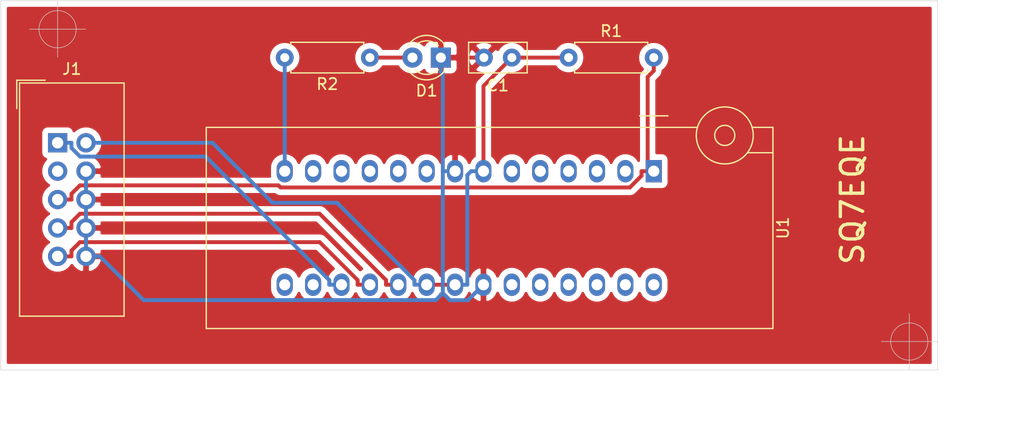
<source format=kicad_pcb>
(kicad_pcb (version 20171130) (host pcbnew 5.1.4-3.fc30)

  (general
    (thickness 1.6)
    (drawings 9)
    (tracks 66)
    (zones 0)
    (modules 6)
    (nets 28)
  )

  (page A4)
  (title_block
    (title "ATmega prog adapter v1 PCB")
    (date 2019-09-24)
    (rev 1.0)
    (company "mgr inż. Paweł Sobótka")
    (comment 1 "GNU GPLv3")
    (comment 2 ATmega48A/PA/88A/PA/168A/PA/328/P)
  )

  (layers
    (0 F.Cu signal)
    (31 B.Cu signal)
    (32 B.Adhes user)
    (33 F.Adhes user)
    (34 B.Paste user)
    (35 F.Paste user)
    (36 B.SilkS user)
    (37 F.SilkS user)
    (38 B.Mask user)
    (39 F.Mask user)
    (40 Dwgs.User user)
    (41 Cmts.User user)
    (42 Eco1.User user)
    (43 Eco2.User user)
    (44 Edge.Cuts user)
    (45 Margin user)
    (46 B.CrtYd user)
    (47 F.CrtYd user)
    (48 B.Fab user)
    (49 F.Fab user)
  )

  (setup
    (last_trace_width 0.35)
    (trace_clearance 0.2)
    (zone_clearance 0.508)
    (zone_45_only no)
    (trace_min 0.2)
    (via_size 0.8)
    (via_drill 0.4)
    (via_min_size 0.4)
    (via_min_drill 0.3)
    (uvia_size 0.3)
    (uvia_drill 0.1)
    (uvias_allowed no)
    (uvia_min_size 0.2)
    (uvia_min_drill 0.1)
    (edge_width 0.05)
    (segment_width 0.2)
    (pcb_text_width 0.3)
    (pcb_text_size 1.5 1.5)
    (mod_edge_width 0.12)
    (mod_text_size 1 1)
    (mod_text_width 0.15)
    (pad_size 1.524 1.524)
    (pad_drill 0.762)
    (pad_to_mask_clearance 0.051)
    (solder_mask_min_width 0.25)
    (aux_axis_origin 101.6 101.6)
    (grid_origin 101.6 101.6)
    (visible_elements FFFFFF7F)
    (pcbplotparams
      (layerselection 0x291f0_ffffffff)
      (usegerberextensions false)
      (usegerberattributes true)
      (usegerberadvancedattributes true)
      (creategerberjobfile true)
      (excludeedgelayer true)
      (linewidth 0.150000)
      (plotframeref false)
      (viasonmask false)
      (mode 1)
      (useauxorigin false)
      (hpglpennumber 1)
      (hpglpenspeed 20)
      (hpglpendiameter 15.000000)
      (psnegative false)
      (psa4output false)
      (plotreference true)
      (plotvalue true)
      (plotinvisibletext false)
      (padsonsilk false)
      (subtractmaskfromsilk true)
      (outputformat 1)
      (mirror false)
      (drillshape 0)
      (scaleselection 1)
      (outputdirectory "gerbv/"))
  )

  (net 0 "")
  (net 1 "Net-(C1-Pad1)")
  (net 2 GND)
  (net 3 "Net-(D1-Pad2)")
  (net 4 /MOSI)
  (net 5 "Net-(J1-Pad3)")
  (net 6 /RESET)
  (net 7 /SCK)
  (net 8 /MISO)
  (net 9 "Net-(R2-Pad2)")
  (net 10 "Net-(U1-Pad28)")
  (net 11 "Net-(U1-Pad2)")
  (net 12 "Net-(U1-Pad27)")
  (net 13 "Net-(U1-Pad3)")
  (net 14 "Net-(U1-Pad26)")
  (net 15 "Net-(U1-Pad4)")
  (net 16 "Net-(U1-Pad25)")
  (net 17 "Net-(U1-Pad5)")
  (net 18 "Net-(U1-Pad24)")
  (net 19 "Net-(U1-Pad6)")
  (net 20 "Net-(U1-Pad23)")
  (net 21 "Net-(U1-Pad9)")
  (net 22 "Net-(U1-Pad10)")
  (net 23 "Net-(U1-Pad11)")
  (net 24 "Net-(U1-Pad12)")
  (net 25 "Net-(U1-Pad13)")
  (net 26 "Net-(U1-Pad16)")
  (net 27 "Net-(U1-Pad15)")

  (net_class Default "To jest domyślna klasa połączeń."
    (clearance 0.2)
    (trace_width 0.35)
    (via_dia 0.8)
    (via_drill 0.4)
    (uvia_dia 0.3)
    (uvia_drill 0.1)
    (add_net /MISO)
    (add_net /MOSI)
    (add_net /RESET)
    (add_net /SCK)
    (add_net GND)
    (add_net "Net-(C1-Pad1)")
    (add_net "Net-(D1-Pad2)")
    (add_net "Net-(J1-Pad3)")
    (add_net "Net-(R2-Pad2)")
    (add_net "Net-(U1-Pad10)")
    (add_net "Net-(U1-Pad11)")
    (add_net "Net-(U1-Pad12)")
    (add_net "Net-(U1-Pad13)")
    (add_net "Net-(U1-Pad15)")
    (add_net "Net-(U1-Pad16)")
    (add_net "Net-(U1-Pad2)")
    (add_net "Net-(U1-Pad23)")
    (add_net "Net-(U1-Pad24)")
    (add_net "Net-(U1-Pad25)")
    (add_net "Net-(U1-Pad26)")
    (add_net "Net-(U1-Pad27)")
    (add_net "Net-(U1-Pad28)")
    (add_net "Net-(U1-Pad3)")
    (add_net "Net-(U1-Pad4)")
    (add_net "Net-(U1-Pad5)")
    (add_net "Net-(U1-Pad6)")
    (add_net "Net-(U1-Pad9)")
  )

  (module Capacitor_THT:C_Disc_D5.0mm_W2.5mm_P2.50mm (layer F.Cu) (tedit 5AE50EF0) (tstamp 5D8A0B93)
    (at 147.32 73.66 180)
    (descr "C, Disc series, Radial, pin pitch=2.50mm, , diameter*width=5*2.5mm^2, Capacitor, http://cdn-reichelt.de/documents/datenblatt/B300/DS_KERKO_TC.pdf")
    (tags "C Disc series Radial pin pitch 2.50mm  diameter 5mm width 2.5mm Capacitor")
    (path /5D892234)
    (fp_text reference C1 (at 1.25 -2.5) (layer F.SilkS)
      (effects (font (size 1 1) (thickness 0.15)))
    )
    (fp_text value 100n (at 1.25 2.5) (layer F.Fab)
      (effects (font (size 1 1) (thickness 0.15)))
    )
    (fp_line (start -1.25 -1.25) (end -1.25 1.25) (layer F.Fab) (width 0.1))
    (fp_line (start -1.25 1.25) (end 3.75 1.25) (layer F.Fab) (width 0.1))
    (fp_line (start 3.75 1.25) (end 3.75 -1.25) (layer F.Fab) (width 0.1))
    (fp_line (start 3.75 -1.25) (end -1.25 -1.25) (layer F.Fab) (width 0.1))
    (fp_line (start -1.37 -1.37) (end 3.87 -1.37) (layer F.SilkS) (width 0.12))
    (fp_line (start -1.37 1.37) (end 3.87 1.37) (layer F.SilkS) (width 0.12))
    (fp_line (start -1.37 -1.37) (end -1.37 1.37) (layer F.SilkS) (width 0.12))
    (fp_line (start 3.87 -1.37) (end 3.87 1.37) (layer F.SilkS) (width 0.12))
    (fp_line (start -1.5 -1.5) (end -1.5 1.5) (layer F.CrtYd) (width 0.05))
    (fp_line (start -1.5 1.5) (end 4 1.5) (layer F.CrtYd) (width 0.05))
    (fp_line (start 4 1.5) (end 4 -1.5) (layer F.CrtYd) (width 0.05))
    (fp_line (start 4 -1.5) (end -1.5 -1.5) (layer F.CrtYd) (width 0.05))
    (fp_text user %R (at 1.25 0) (layer F.Fab)
      (effects (font (size 1 1) (thickness 0.15)))
    )
    (pad 1 thru_hole circle (at 0 0 180) (size 1.6 1.6) (drill 0.8) (layers *.Cu *.Mask)
      (net 1 "Net-(C1-Pad1)"))
    (pad 2 thru_hole circle (at 2.5 0 180) (size 1.6 1.6) (drill 0.8) (layers *.Cu *.Mask)
      (net 2 GND))
    (model ${KISYS3DMOD}/Capacitor_THT.3dshapes/C_Disc_D5.0mm_W2.5mm_P2.50mm.wrl
      (at (xyz 0 0 0))
      (scale (xyz 1 1 1))
      (rotate (xyz 0 0 0))
    )
  )

  (module LED_THT:LED_D3.0mm (layer F.Cu) (tedit 587A3A7B) (tstamp 5D8A12B5)
    (at 140.97 73.66 180)
    (descr "LED, diameter 3.0mm, 2 pins")
    (tags "LED diameter 3.0mm 2 pins")
    (path /5D892E00)
    (fp_text reference D1 (at 1.27 -2.96) (layer F.SilkS)
      (effects (font (size 1 1) (thickness 0.15)))
    )
    (fp_text value YELLOW (at 1.27 2.96) (layer F.Fab)
      (effects (font (size 1 1) (thickness 0.15)))
    )
    (fp_arc (start 1.27 0) (end -0.23 -1.16619) (angle 284.3) (layer F.Fab) (width 0.1))
    (fp_arc (start 1.27 0) (end -0.29 -1.235516) (angle 108.8) (layer F.SilkS) (width 0.12))
    (fp_arc (start 1.27 0) (end -0.29 1.235516) (angle -108.8) (layer F.SilkS) (width 0.12))
    (fp_arc (start 1.27 0) (end 0.229039 -1.08) (angle 87.9) (layer F.SilkS) (width 0.12))
    (fp_arc (start 1.27 0) (end 0.229039 1.08) (angle -87.9) (layer F.SilkS) (width 0.12))
    (fp_circle (center 1.27 0) (end 2.77 0) (layer F.Fab) (width 0.1))
    (fp_line (start -0.23 -1.16619) (end -0.23 1.16619) (layer F.Fab) (width 0.1))
    (fp_line (start -0.29 -1.236) (end -0.29 -1.08) (layer F.SilkS) (width 0.12))
    (fp_line (start -0.29 1.08) (end -0.29 1.236) (layer F.SilkS) (width 0.12))
    (fp_line (start -1.15 -2.25) (end -1.15 2.25) (layer F.CrtYd) (width 0.05))
    (fp_line (start -1.15 2.25) (end 3.7 2.25) (layer F.CrtYd) (width 0.05))
    (fp_line (start 3.7 2.25) (end 3.7 -2.25) (layer F.CrtYd) (width 0.05))
    (fp_line (start 3.7 -2.25) (end -1.15 -2.25) (layer F.CrtYd) (width 0.05))
    (pad 1 thru_hole rect (at 0 0 180) (size 1.8 1.8) (drill 0.9) (layers *.Cu *.Mask)
      (net 2 GND))
    (pad 2 thru_hole circle (at 2.54 0 180) (size 1.8 1.8) (drill 0.9) (layers *.Cu *.Mask)
      (net 3 "Net-(D1-Pad2)"))
    (model ${KISYS3DMOD}/LED_THT.3dshapes/LED_D3.0mm.wrl
      (at (xyz 0 0 0))
      (scale (xyz 1 1 1))
      (rotate (xyz 0 0 0))
    )
  )

  (module Connector_IDC:IDC-Header_2x05_P2.54mm_Vertical (layer F.Cu) (tedit 59DE0611) (tstamp 5D8A1374)
    (at 106.68 81.28)
    (descr "Through hole straight IDC box header, 2x05, 2.54mm pitch, double rows")
    (tags "Through hole IDC box header THT 2x05 2.54mm double row")
    (path /5D88F0F0)
    (fp_text reference J1 (at 1.27 -6.604) (layer F.SilkS)
      (effects (font (size 1 1) (thickness 0.15)))
    )
    (fp_text value AVR-ISP-10 (at 1.27 16.764) (layer F.Fab)
      (effects (font (size 1 1) (thickness 0.15)))
    )
    (fp_text user %R (at 1.27 5.08) (layer F.Fab)
      (effects (font (size 1 1) (thickness 0.15)))
    )
    (fp_line (start 5.695 -5.1) (end 5.695 15.26) (layer F.Fab) (width 0.1))
    (fp_line (start 5.145 -4.56) (end 5.145 14.7) (layer F.Fab) (width 0.1))
    (fp_line (start -3.155 -5.1) (end -3.155 15.26) (layer F.Fab) (width 0.1))
    (fp_line (start -2.605 -4.56) (end -2.605 2.83) (layer F.Fab) (width 0.1))
    (fp_line (start -2.605 7.33) (end -2.605 14.7) (layer F.Fab) (width 0.1))
    (fp_line (start -2.605 2.83) (end -3.155 2.83) (layer F.Fab) (width 0.1))
    (fp_line (start -2.605 7.33) (end -3.155 7.33) (layer F.Fab) (width 0.1))
    (fp_line (start 5.695 -5.1) (end -3.155 -5.1) (layer F.Fab) (width 0.1))
    (fp_line (start 5.145 -4.56) (end -2.605 -4.56) (layer F.Fab) (width 0.1))
    (fp_line (start 5.695 15.26) (end -3.155 15.26) (layer F.Fab) (width 0.1))
    (fp_line (start 5.145 14.7) (end -2.605 14.7) (layer F.Fab) (width 0.1))
    (fp_line (start 5.695 -5.1) (end 5.145 -4.56) (layer F.Fab) (width 0.1))
    (fp_line (start 5.695 15.26) (end 5.145 14.7) (layer F.Fab) (width 0.1))
    (fp_line (start -3.155 -5.1) (end -2.605 -4.56) (layer F.Fab) (width 0.1))
    (fp_line (start -3.155 15.26) (end -2.605 14.7) (layer F.Fab) (width 0.1))
    (fp_line (start 5.95 -5.35) (end 5.95 15.51) (layer F.CrtYd) (width 0.05))
    (fp_line (start 5.95 15.51) (end -3.41 15.51) (layer F.CrtYd) (width 0.05))
    (fp_line (start -3.41 15.51) (end -3.41 -5.35) (layer F.CrtYd) (width 0.05))
    (fp_line (start -3.41 -5.35) (end 5.95 -5.35) (layer F.CrtYd) (width 0.05))
    (fp_line (start 5.945 -5.35) (end 5.945 15.51) (layer F.SilkS) (width 0.12))
    (fp_line (start 5.945 15.51) (end -3.405 15.51) (layer F.SilkS) (width 0.12))
    (fp_line (start -3.405 15.51) (end -3.405 -5.35) (layer F.SilkS) (width 0.12))
    (fp_line (start -3.405 -5.35) (end 5.945 -5.35) (layer F.SilkS) (width 0.12))
    (fp_line (start -3.655 -5.6) (end -3.655 -3.06) (layer F.SilkS) (width 0.12))
    (fp_line (start -3.655 -5.6) (end -1.115 -5.6) (layer F.SilkS) (width 0.12))
    (pad 1 thru_hole rect (at 0 0) (size 1.7272 1.7272) (drill 1.016) (layers *.Cu *.Mask)
      (net 4 /MOSI))
    (pad 2 thru_hole oval (at 2.54 0) (size 1.7272 1.7272) (drill 1.016) (layers *.Cu *.Mask)
      (net 1 "Net-(C1-Pad1)"))
    (pad 3 thru_hole oval (at 0 2.54) (size 1.7272 1.7272) (drill 1.016) (layers *.Cu *.Mask)
      (net 5 "Net-(J1-Pad3)"))
    (pad 4 thru_hole oval (at 2.54 2.54) (size 1.7272 1.7272) (drill 1.016) (layers *.Cu *.Mask)
      (net 2 GND))
    (pad 5 thru_hole oval (at 0 5.08) (size 1.7272 1.7272) (drill 1.016) (layers *.Cu *.Mask)
      (net 6 /RESET))
    (pad 6 thru_hole oval (at 2.54 5.08) (size 1.7272 1.7272) (drill 1.016) (layers *.Cu *.Mask)
      (net 2 GND))
    (pad 7 thru_hole oval (at 0 7.62) (size 1.7272 1.7272) (drill 1.016) (layers *.Cu *.Mask)
      (net 7 /SCK))
    (pad 8 thru_hole oval (at 2.54 7.62) (size 1.7272 1.7272) (drill 1.016) (layers *.Cu *.Mask)
      (net 2 GND))
    (pad 9 thru_hole oval (at 0 10.16) (size 1.7272 1.7272) (drill 1.016) (layers *.Cu *.Mask)
      (net 8 /MISO))
    (pad 10 thru_hole oval (at 2.54 10.16) (size 1.7272 1.7272) (drill 1.016) (layers *.Cu *.Mask)
      (net 2 GND))
    (model ${KISYS3DMOD}/Connector_IDC.3dshapes/IDC-Header_2x05_P2.54mm_Vertical.wrl
      (at (xyz 0 0 0))
      (scale (xyz 1 1 1))
      (rotate (xyz 0 0 0))
    )
  )

  (module Resistor_THT:R_Axial_DIN0207_L6.3mm_D2.5mm_P7.62mm_Horizontal (layer F.Cu) (tedit 5AE5139B) (tstamp 5D8A0BE5)
    (at 152.4 73.66)
    (descr "Resistor, Axial_DIN0207 series, Axial, Horizontal, pin pitch=7.62mm, 0.25W = 1/4W, length*diameter=6.3*2.5mm^2, http://cdn-reichelt.de/documents/datenblatt/B400/1_4W%23YAG.pdf")
    (tags "Resistor Axial_DIN0207 series Axial Horizontal pin pitch 7.62mm 0.25W = 1/4W length 6.3mm diameter 2.5mm")
    (path /5D8926C3)
    (fp_text reference R1 (at 3.81 -2.37) (layer F.SilkS)
      (effects (font (size 1 1) (thickness 0.15)))
    )
    (fp_text value 10k (at 3.81 2.37) (layer F.Fab)
      (effects (font (size 1 1) (thickness 0.15)))
    )
    (fp_line (start 0.66 -1.25) (end 0.66 1.25) (layer F.Fab) (width 0.1))
    (fp_line (start 0.66 1.25) (end 6.96 1.25) (layer F.Fab) (width 0.1))
    (fp_line (start 6.96 1.25) (end 6.96 -1.25) (layer F.Fab) (width 0.1))
    (fp_line (start 6.96 -1.25) (end 0.66 -1.25) (layer F.Fab) (width 0.1))
    (fp_line (start 0 0) (end 0.66 0) (layer F.Fab) (width 0.1))
    (fp_line (start 7.62 0) (end 6.96 0) (layer F.Fab) (width 0.1))
    (fp_line (start 0.54 -1.04) (end 0.54 -1.37) (layer F.SilkS) (width 0.12))
    (fp_line (start 0.54 -1.37) (end 7.08 -1.37) (layer F.SilkS) (width 0.12))
    (fp_line (start 7.08 -1.37) (end 7.08 -1.04) (layer F.SilkS) (width 0.12))
    (fp_line (start 0.54 1.04) (end 0.54 1.37) (layer F.SilkS) (width 0.12))
    (fp_line (start 0.54 1.37) (end 7.08 1.37) (layer F.SilkS) (width 0.12))
    (fp_line (start 7.08 1.37) (end 7.08 1.04) (layer F.SilkS) (width 0.12))
    (fp_line (start -1.05 -1.5) (end -1.05 1.5) (layer F.CrtYd) (width 0.05))
    (fp_line (start -1.05 1.5) (end 8.67 1.5) (layer F.CrtYd) (width 0.05))
    (fp_line (start 8.67 1.5) (end 8.67 -1.5) (layer F.CrtYd) (width 0.05))
    (fp_line (start 8.67 -1.5) (end -1.05 -1.5) (layer F.CrtYd) (width 0.05))
    (fp_text user %R (at 3.81 0) (layer F.Fab)
      (effects (font (size 1 1) (thickness 0.15)))
    )
    (pad 1 thru_hole circle (at 0 0) (size 1.6 1.6) (drill 0.8) (layers *.Cu *.Mask)
      (net 1 "Net-(C1-Pad1)"))
    (pad 2 thru_hole oval (at 7.62 0) (size 1.6 1.6) (drill 0.8) (layers *.Cu *.Mask)
      (net 6 /RESET))
    (model ${KISYS3DMOD}/Resistor_THT.3dshapes/R_Axial_DIN0207_L6.3mm_D2.5mm_P7.62mm_Horizontal.wrl
      (at (xyz 0 0 0))
      (scale (xyz 1 1 1))
      (rotate (xyz 0 0 0))
    )
  )

  (module Resistor_THT:R_Axial_DIN0207_L6.3mm_D2.5mm_P7.62mm_Horizontal (layer F.Cu) (tedit 5AE5139B) (tstamp 5D8A0BFC)
    (at 134.62 73.66 180)
    (descr "Resistor, Axial_DIN0207 series, Axial, Horizontal, pin pitch=7.62mm, 0.25W = 1/4W, length*diameter=6.3*2.5mm^2, http://cdn-reichelt.de/documents/datenblatt/B400/1_4W%23YAG.pdf")
    (tags "Resistor Axial_DIN0207 series Axial Horizontal pin pitch 7.62mm 0.25W = 1/4W length 6.3mm diameter 2.5mm")
    (path /5D892A87)
    (fp_text reference R2 (at 3.81 -2.37) (layer F.SilkS)
      (effects (font (size 1 1) (thickness 0.15)))
    )
    (fp_text value 470 (at 3.81 2.37) (layer F.Fab)
      (effects (font (size 1 1) (thickness 0.15)))
    )
    (fp_text user %R (at 3.81 0) (layer F.Fab)
      (effects (font (size 1 1) (thickness 0.15)))
    )
    (fp_line (start 8.67 -1.5) (end -1.05 -1.5) (layer F.CrtYd) (width 0.05))
    (fp_line (start 8.67 1.5) (end 8.67 -1.5) (layer F.CrtYd) (width 0.05))
    (fp_line (start -1.05 1.5) (end 8.67 1.5) (layer F.CrtYd) (width 0.05))
    (fp_line (start -1.05 -1.5) (end -1.05 1.5) (layer F.CrtYd) (width 0.05))
    (fp_line (start 7.08 1.37) (end 7.08 1.04) (layer F.SilkS) (width 0.12))
    (fp_line (start 0.54 1.37) (end 7.08 1.37) (layer F.SilkS) (width 0.12))
    (fp_line (start 0.54 1.04) (end 0.54 1.37) (layer F.SilkS) (width 0.12))
    (fp_line (start 7.08 -1.37) (end 7.08 -1.04) (layer F.SilkS) (width 0.12))
    (fp_line (start 0.54 -1.37) (end 7.08 -1.37) (layer F.SilkS) (width 0.12))
    (fp_line (start 0.54 -1.04) (end 0.54 -1.37) (layer F.SilkS) (width 0.12))
    (fp_line (start 7.62 0) (end 6.96 0) (layer F.Fab) (width 0.1))
    (fp_line (start 0 0) (end 0.66 0) (layer F.Fab) (width 0.1))
    (fp_line (start 6.96 -1.25) (end 0.66 -1.25) (layer F.Fab) (width 0.1))
    (fp_line (start 6.96 1.25) (end 6.96 -1.25) (layer F.Fab) (width 0.1))
    (fp_line (start 0.66 1.25) (end 6.96 1.25) (layer F.Fab) (width 0.1))
    (fp_line (start 0.66 -1.25) (end 0.66 1.25) (layer F.Fab) (width 0.1))
    (pad 2 thru_hole oval (at 7.62 0 180) (size 1.6 1.6) (drill 0.8) (layers *.Cu *.Mask)
      (net 9 "Net-(R2-Pad2)"))
    (pad 1 thru_hole circle (at 0 0 180) (size 1.6 1.6) (drill 0.8) (layers *.Cu *.Mask)
      (net 3 "Net-(D1-Pad2)"))
    (model ${KISYS3DMOD}/Resistor_THT.3dshapes/R_Axial_DIN0207_L6.3mm_D2.5mm_P7.62mm_Horizontal.wrl
      (at (xyz 0 0 0))
      (scale (xyz 1 1 1))
      (rotate (xyz 0 0 0))
    )
  )

  (module Socket:DIP_Socket-28_W6.9_W7.62_W10.16_W12.7_W13.5_3M_228-4817-00-0602J (layer F.Cu) (tedit 5AF5D4CC) (tstamp 5D8A0C3F)
    (at 160.02 83.82 270)
    (descr "3M 28-pin zero insertion force socket, through-hole, row spacing 10.16 mm (400 mils), http://multimedia.3m.com/mws/media/494546O/3mtm-dip-sockets-100-2-54-mm-ts0365.pdf")
    (tags "THT DIP DIL ZIF 10.16mm 400mil Socket")
    (path /5D8917EB)
    (fp_text reference U1 (at 5.08 -11.56 90) (layer F.SilkS)
      (effects (font (size 1 1) (thickness 0.15)))
    )
    (fp_text value ATmega48A/PA/88A/PA/168A/PA/328/P (at 5.08 40.94 90) (layer F.Fab)
      (effects (font (size 0.6 0.6) (thickness 0.09)))
    )
    (fp_circle (center -3.2 -6.35) (end -0.65 -6.35) (layer F.SilkS) (width 0.12))
    (fp_circle (center -3.2 -6.35) (end -2.3 -6.35) (layer F.SilkS) (width 0.12))
    (fp_line (start -5.5 -23.36) (end 0.1 -23.36) (layer F.CrtYd) (width 0.05))
    (fp_line (start 0.1 -23.36) (end 0.1 -11.06) (layer F.CrtYd) (width 0.05))
    (fp_line (start 0.1 -11.06) (end 14.48 -11.06) (layer F.CrtYd) (width 0.05))
    (fp_line (start 14.48 -11.06) (end 14.48 40.44) (layer F.CrtYd) (width 0.05))
    (fp_line (start 14.48 40.44) (end -4.32 40.44) (layer F.CrtYd) (width 0.05))
    (fp_line (start -4.32 40.44) (end -4.32 -3.4) (layer F.CrtYd) (width 0.05))
    (fp_line (start -4.32 -3.4) (end -5.5 -3.4) (layer F.CrtYd) (width 0.05))
    (fp_line (start -5.5 -3.4) (end -5.5 -23.36) (layer F.CrtYd) (width 0.05))
    (fp_line (start -5 -21.46) (end -3.7 -22.86) (layer F.Fab) (width 0.1))
    (fp_line (start -3.7 -22.86) (end -1.7 -22.86) (layer F.Fab) (width 0.1))
    (fp_line (start -1.7 -22.86) (end -0.4 -21.46) (layer F.Fab) (width 0.1))
    (fp_line (start -0.4 -21.46) (end -5 -21.46) (layer F.Fab) (width 0.1))
    (fp_line (start -5 -21.46) (end -5 -17.86) (layer F.Fab) (width 0.1))
    (fp_line (start -5 -17.86) (end -0.4 -17.86) (layer F.Fab) (width 0.1))
    (fp_line (start -0.4 -17.86) (end -0.4 -21.46) (layer F.Fab) (width 0.1))
    (fp_line (start -5 -17.86) (end -3.5 -15.86) (layer F.Fab) (width 0.1))
    (fp_line (start -0.4 -17.86) (end -1.9 -15.86) (layer F.Fab) (width 0.1))
    (fp_line (start -3.5 -9.75) (end -3.5 -15.86) (layer F.Fab) (width 0.1))
    (fp_line (start -3.5 -15.86) (end -1.9 -15.86) (layer F.Fab) (width 0.1))
    (fp_line (start -1.9 -15.86) (end -1.9 -10.56) (layer F.Fab) (width 0.1))
    (fp_line (start 13.98 39.94) (end -3.82 39.94) (layer F.Fab) (width 0.1))
    (fp_line (start -3.82 39.94) (end -3.82 -9.4) (layer F.Fab) (width 0.1))
    (fp_line (start -3.82 -9.4) (end -2.85 -10.56) (layer F.Fab) (width 0.1))
    (fp_line (start -2.85 -10.56) (end 13.98 -10.56) (layer F.Fab) (width 0.1))
    (fp_line (start 13.98 -10.56) (end 13.98 39.94) (layer F.Fab) (width 0.1))
    (fp_line (start -3.92 -3.9) (end -3.92 40.04) (layer F.SilkS) (width 0.12))
    (fp_line (start -3.92 40.04) (end 14.08 40.04) (layer F.SilkS) (width 0.12))
    (fp_line (start 14.08 40.04) (end 14.08 -10.66) (layer F.SilkS) (width 0.12))
    (fp_line (start 14.08 -10.66) (end -3.92 -10.66) (layer F.SilkS) (width 0.12))
    (fp_line (start -3.92 -10.66) (end -3.92 -8.8) (layer F.SilkS) (width 0.12))
    (fp_line (start -1.65 -10.66) (end -1.65 -8.4) (layer F.SilkS) (width 0.12))
    (fp_line (start -4.95 1.27) (end -4.95 -1.27) (layer F.SilkS) (width 0.12))
    (fp_text user %R (at 5.08 14.69 90) (layer F.Fab)
      (effects (font (size 1 1) (thickness 0.15)))
    )
    (pad 1 thru_hole rect (at 0 0 270) (size 2 1.44) (drill 1) (layers *.Cu *.Mask)
      (net 6 /RESET))
    (pad 28 thru_hole oval (at 10.16 0 270) (size 2 1.44) (drill 1) (layers *.Cu *.Mask)
      (net 10 "Net-(U1-Pad28)"))
    (pad 2 thru_hole oval (at 0 2.54 270) (size 2 1.44) (drill 1) (layers *.Cu *.Mask)
      (net 11 "Net-(U1-Pad2)"))
    (pad 27 thru_hole oval (at 10.16 2.54 270) (size 2 1.44) (drill 1) (layers *.Cu *.Mask)
      (net 12 "Net-(U1-Pad27)"))
    (pad 3 thru_hole oval (at 0 5.08 270) (size 2 1.44) (drill 1) (layers *.Cu *.Mask)
      (net 13 "Net-(U1-Pad3)"))
    (pad 26 thru_hole oval (at 10.16 5.08 270) (size 2 1.44) (drill 1) (layers *.Cu *.Mask)
      (net 14 "Net-(U1-Pad26)"))
    (pad 4 thru_hole oval (at 0 7.62 270) (size 2 1.44) (drill 1) (layers *.Cu *.Mask)
      (net 15 "Net-(U1-Pad4)"))
    (pad 25 thru_hole oval (at 10.16 7.62 270) (size 2 1.44) (drill 1) (layers *.Cu *.Mask)
      (net 16 "Net-(U1-Pad25)"))
    (pad 5 thru_hole oval (at 0 10.16 270) (size 2 1.44) (drill 1) (layers *.Cu *.Mask)
      (net 17 "Net-(U1-Pad5)"))
    (pad 24 thru_hole oval (at 10.16 10.16 270) (size 2 1.44) (drill 1) (layers *.Cu *.Mask)
      (net 18 "Net-(U1-Pad24)"))
    (pad 6 thru_hole oval (at 0 12.7 270) (size 2 1.44) (drill 1) (layers *.Cu *.Mask)
      (net 19 "Net-(U1-Pad6)"))
    (pad 23 thru_hole oval (at 10.16 12.7 270) (size 2 1.44) (drill 1) (layers *.Cu *.Mask)
      (net 20 "Net-(U1-Pad23)"))
    (pad 7 thru_hole oval (at 0 15.24 270) (size 2 1.44) (drill 1) (layers *.Cu *.Mask)
      (net 1 "Net-(C1-Pad1)"))
    (pad 22 thru_hole oval (at 10.16 15.24 270) (size 2 1.44) (drill 1) (layers *.Cu *.Mask)
      (net 2 GND))
    (pad 8 thru_hole oval (at 0 17.78 270) (size 2 1.44) (drill 1) (layers *.Cu *.Mask)
      (net 2 GND))
    (pad 21 thru_hole oval (at 10.16 17.78 270) (size 2 1.44) (drill 1) (layers *.Cu *.Mask)
      (net 1 "Net-(C1-Pad1)"))
    (pad 9 thru_hole oval (at 0 20.32 270) (size 2 1.44) (drill 1) (layers *.Cu *.Mask)
      (net 21 "Net-(U1-Pad9)"))
    (pad 20 thru_hole oval (at 10.16 20.32 270) (size 2 1.44) (drill 1) (layers *.Cu *.Mask)
      (net 1 "Net-(C1-Pad1)"))
    (pad 10 thru_hole oval (at 0 22.86 270) (size 2 1.44) (drill 1) (layers *.Cu *.Mask)
      (net 22 "Net-(U1-Pad10)"))
    (pad 19 thru_hole oval (at 10.16 22.86 270) (size 2 1.44) (drill 1) (layers *.Cu *.Mask)
      (net 7 /SCK))
    (pad 11 thru_hole oval (at 0 25.4 270) (size 2 1.44) (drill 1) (layers *.Cu *.Mask)
      (net 23 "Net-(U1-Pad11)"))
    (pad 18 thru_hole oval (at 10.16 25.4 270) (size 2 1.44) (drill 1) (layers *.Cu *.Mask)
      (net 8 /MISO))
    (pad 12 thru_hole oval (at 0 27.94 270) (size 2 1.44) (drill 1) (layers *.Cu *.Mask)
      (net 24 "Net-(U1-Pad12)"))
    (pad 17 thru_hole oval (at 10.16 27.94 270) (size 2 1.44) (drill 1) (layers *.Cu *.Mask)
      (net 4 /MOSI))
    (pad 13 thru_hole oval (at 0 30.48 270) (size 2 1.44) (drill 1) (layers *.Cu *.Mask)
      (net 25 "Net-(U1-Pad13)"))
    (pad 16 thru_hole oval (at 10.16 30.48 270) (size 2 1.44) (drill 1) (layers *.Cu *.Mask)
      (net 26 "Net-(U1-Pad16)"))
    (pad 14 thru_hole oval (at 0 33.02 270) (size 2 1.44) (drill 1) (layers *.Cu *.Mask)
      (net 9 "Net-(R2-Pad2)"))
    (pad 15 thru_hole oval (at 10.16 33.02 270) (size 2 1.44) (drill 1) (layers *.Cu *.Mask)
      (net 27 "Net-(U1-Pad15)"))
    (model ${KISYS3DMOD}/Socket.3dshapes/DIP_Socket-28_W6.9_W7.62_W10.16_W12.7_W13.5_3M_228-4817-00-0602J.wrl
      (at (xyz 0 0 0))
      (scale (xyz 1 1 1))
      (rotate (xyz 0 0 0))
    )
  )

  (gr_text SQ7EQE (at 177.8 86.36 90) (layer F.SilkS)
    (effects (font (size 2 2) (thickness 0.3)))
  )
  (dimension 33.02 (width 0.15) (layer Dwgs.User)
    (gr_text "33,020 mm" (at 191.8 85.09 90) (layer Dwgs.User)
      (effects (font (size 1 1) (thickness 0.15)))
    )
    (feature1 (pts (xy 185.42 68.58) (xy 191.086421 68.58)))
    (feature2 (pts (xy 185.42 101.6) (xy 191.086421 101.6)))
    (crossbar (pts (xy 190.5 101.6) (xy 190.5 68.58)))
    (arrow1a (pts (xy 190.5 68.58) (xy 191.086421 69.706504)))
    (arrow1b (pts (xy 190.5 68.58) (xy 189.913579 69.706504)))
    (arrow2a (pts (xy 190.5 101.6) (xy 191.086421 100.473496)))
    (arrow2b (pts (xy 190.5 101.6) (xy 189.913579 100.473496)))
  )
  (dimension 83.82 (width 0.15) (layer Dwgs.User)
    (gr_text "83,820 mm" (at 143.51 107.98) (layer Dwgs.User)
      (effects (font (size 1 1) (thickness 0.15)))
    )
    (feature1 (pts (xy 185.42 101.6) (xy 185.42 107.266421)))
    (feature2 (pts (xy 101.6 101.6) (xy 101.6 107.266421)))
    (crossbar (pts (xy 101.6 106.68) (xy 185.42 106.68)))
    (arrow1a (pts (xy 185.42 106.68) (xy 184.293496 107.266421)))
    (arrow1b (pts (xy 185.42 106.68) (xy 184.293496 106.093579)))
    (arrow2a (pts (xy 101.6 106.68) (xy 102.726504 107.266421)))
    (arrow2b (pts (xy 101.6 106.68) (xy 102.726504 106.093579)))
  )
  (target plus (at 182.88 99.06) (size 5) (width 0.05) (layer Edge.Cuts) (tstamp 5D8A1412))
  (target plus (at 106.68 71.12) (size 5) (width 0.05) (layer Edge.Cuts))
  (gr_line (start 101.6 101.6) (end 101.6 68.58) (layer Edge.Cuts) (width 0.05) (tstamp 5D8A1411))
  (gr_line (start 185.42 101.6) (end 101.6 101.6) (layer Edge.Cuts) (width 0.05))
  (gr_line (start 185.42 68.58) (end 185.42 101.6) (layer Edge.Cuts) (width 0.05))
  (gr_line (start 101.6 68.58) (end 185.42 68.58) (layer Edge.Cuts) (width 0.05))

  (segment (start 144.78 83.82) (end 144.78 76.2) (width 0.35) (layer F.Cu) (net 1))
  (segment (start 144.78 76.2) (end 147.32 73.66) (width 0.35) (layer F.Cu) (net 1))
  (segment (start 142.24 93.98) (end 143.3353 93.98) (width 0.35) (layer B.Cu) (net 1))
  (segment (start 144.78 83.82) (end 143.6847 83.82) (width 0.35) (layer B.Cu) (net 1))
  (segment (start 143.3353 93.98) (end 143.3353 84.1694) (width 0.35) (layer B.Cu) (net 1))
  (segment (start 143.3353 84.1694) (end 143.6847 83.82) (width 0.35) (layer B.Cu) (net 1))
  (segment (start 139.7 93.98) (end 138.6047 93.98) (width 0.35) (layer B.Cu) (net 1))
  (segment (start 138.6047 93.98) (end 138.6047 93.5693) (width 0.35) (layer B.Cu) (net 1))
  (segment (start 138.6047 93.5693) (end 131.6831 86.6477) (width 0.35) (layer B.Cu) (net 1))
  (segment (start 131.6831 86.6477) (end 125.9046 86.6477) (width 0.35) (layer B.Cu) (net 1))
  (segment (start 125.9046 86.6477) (end 120.5369 81.28) (width 0.35) (layer B.Cu) (net 1))
  (segment (start 120.5369 81.28) (end 109.22 81.28) (width 0.35) (layer B.Cu) (net 1))
  (segment (start 152.4 73.66) (end 147.32 73.66) (width 0.35) (layer F.Cu) (net 1))
  (segment (start 139.7 93.98) (end 142.24 93.98) (width 0.35) (layer F.Cu) (net 1))
  (segment (start 140.97 73.66) (end 144.82 73.66) (width 0.35) (layer F.Cu) (net 2))
  (segment (start 109.22 91.44) (end 110.4589 91.44) (width 0.35) (layer B.Cu) (net 2))
  (segment (start 141.1447 94.7278) (end 141.1447 83.82) (width 0.35) (layer B.Cu) (net 2))
  (segment (start 144.78 93.98) (end 143.3977 95.3623) (width 0.35) (layer B.Cu) (net 2))
  (segment (start 143.3977 95.3623) (end 141.7792 95.3623) (width 0.35) (layer B.Cu) (net 2))
  (segment (start 141.7792 95.3623) (end 141.1447 94.7278) (width 0.35) (layer B.Cu) (net 2))
  (segment (start 110.4589 91.44) (end 114.3743 95.3554) (width 0.35) (layer B.Cu) (net 2))
  (segment (start 114.3743 95.3554) (end 140.5171 95.3554) (width 0.35) (layer B.Cu) (net 2))
  (segment (start 140.5171 95.3554) (end 141.1447 94.7278) (width 0.35) (layer B.Cu) (net 2))
  (segment (start 109.22 88.9) (end 109.22 91.44) (width 0.35) (layer B.Cu) (net 2))
  (segment (start 109.22 86.36) (end 109.22 83.82) (width 0.35) (layer B.Cu) (net 2))
  (segment (start 109.22 88.9) (end 109.22 86.36) (width 0.35) (layer B.Cu) (net 2))
  (segment (start 140.97 73.66) (end 140.97 74.9353) (width 0.35) (layer B.Cu) (net 2))
  (segment (start 142.24 83.82) (end 141.1447 83.82) (width 0.35) (layer B.Cu) (net 2))
  (segment (start 141.1447 83.82) (end 141.1447 75.11) (width 0.35) (layer B.Cu) (net 2))
  (segment (start 141.1447 75.11) (end 140.97 74.9353) (width 0.35) (layer B.Cu) (net 2))
  (segment (start 134.62 73.66) (end 138.43 73.66) (width 0.35) (layer F.Cu) (net 3))
  (segment (start 107.9189 81.28) (end 107.9189 81.7447) (width 0.35) (layer B.Cu) (net 4))
  (segment (start 107.9189 81.7447) (end 108.6931 82.5189) (width 0.35) (layer B.Cu) (net 4))
  (segment (start 108.6931 82.5189) (end 119.9343 82.5189) (width 0.35) (layer B.Cu) (net 4))
  (segment (start 119.9343 82.5189) (end 130.9847 93.5693) (width 0.35) (layer B.Cu) (net 4))
  (segment (start 130.9847 93.5693) (end 130.9847 93.98) (width 0.35) (layer B.Cu) (net 4))
  (segment (start 106.68 81.28) (end 107.9189 81.28) (width 0.35) (layer B.Cu) (net 4))
  (segment (start 132.08 93.98) (end 130.9847 93.98) (width 0.35) (layer B.Cu) (net 4))
  (segment (start 160.02 73.66) (end 160.02 74.8353) (width 0.35) (layer F.Cu) (net 6))
  (segment (start 159.4724 83.82) (end 159.4724 75.3829) (width 0.35) (layer F.Cu) (net 6))
  (segment (start 159.4724 75.3829) (end 160.02 74.8353) (width 0.35) (layer F.Cu) (net 6))
  (segment (start 159.4724 83.82) (end 158.9247 83.82) (width 0.35) (layer F.Cu) (net 6))
  (segment (start 160.02 83.82) (end 159.4724 83.82) (width 0.35) (layer F.Cu) (net 6))
  (segment (start 106.68 86.36) (end 107.9189 86.36) (width 0.35) (layer F.Cu) (net 6))
  (segment (start 158.9247 83.82) (end 158.9247 84.2307) (width 0.35) (layer F.Cu) (net 6))
  (segment (start 158.9247 84.2307) (end 157.8782 85.2772) (width 0.35) (layer F.Cu) (net 6))
  (segment (start 157.8782 85.2772) (end 126.6281 85.2772) (width 0.35) (layer F.Cu) (net 6))
  (segment (start 126.6281 85.2772) (end 126.4409 85.09) (width 0.35) (layer F.Cu) (net 6))
  (segment (start 126.4409 85.09) (end 108.6755 85.09) (width 0.35) (layer F.Cu) (net 6))
  (segment (start 108.6755 85.09) (end 107.9189 85.8466) (width 0.35) (layer F.Cu) (net 6))
  (segment (start 107.9189 85.8466) (end 107.9189 86.36) (width 0.35) (layer F.Cu) (net 6))
  (segment (start 106.68 88.9) (end 107.9189 88.9) (width 0.35) (layer F.Cu) (net 7))
  (segment (start 137.16 93.98) (end 136.0647 93.98) (width 0.35) (layer F.Cu) (net 7))
  (segment (start 136.0647 93.98) (end 136.0647 93.5693) (width 0.35) (layer F.Cu) (net 7))
  (segment (start 136.0647 93.5693) (end 130.1254 87.63) (width 0.35) (layer F.Cu) (net 7))
  (segment (start 130.1254 87.63) (end 108.6755 87.63) (width 0.35) (layer F.Cu) (net 7))
  (segment (start 108.6755 87.63) (end 107.9189 88.3866) (width 0.35) (layer F.Cu) (net 7))
  (segment (start 107.9189 88.3866) (end 107.9189 88.9) (width 0.35) (layer F.Cu) (net 7))
  (segment (start 107.9189 91.44) (end 107.9189 90.9266) (width 0.35) (layer F.Cu) (net 8))
  (segment (start 107.9189 90.9266) (end 108.6755 90.17) (width 0.35) (layer F.Cu) (net 8))
  (segment (start 108.6755 90.17) (end 130.1254 90.17) (width 0.35) (layer F.Cu) (net 8))
  (segment (start 130.1254 90.17) (end 133.5247 93.5693) (width 0.35) (layer F.Cu) (net 8))
  (segment (start 133.5247 93.5693) (end 133.5247 93.98) (width 0.35) (layer F.Cu) (net 8))
  (segment (start 106.68 91.44) (end 107.9189 91.44) (width 0.35) (layer F.Cu) (net 8))
  (segment (start 134.62 93.98) (end 133.5247 93.98) (width 0.35) (layer F.Cu) (net 8))
  (segment (start 127 83.82) (end 127 73.66) (width 0.35) (layer B.Cu) (net 9))

  (zone (net 2) (net_name GND) (layer F.Cu) (tstamp 5DA31E08) (hatch edge 0.508)
    (connect_pads (clearance 0.508))
    (min_thickness 0.254)
    (fill yes (arc_segments 32) (thermal_gap 0.508) (thermal_bridge_width 0.508))
    (polygon
      (pts
        (xy 101.6 68.58) (xy 185.42 68.58) (xy 185.42 101.6) (xy 101.6 101.6)
      )
    )
    (filled_polygon
      (pts
        (xy 184.760001 100.94) (xy 102.26 100.94) (xy 102.26 83.82) (xy 105.174149 83.82) (xy 105.203084 84.113777)
        (xy 105.288775 84.396264) (xy 105.427931 84.656606) (xy 105.615203 84.884797) (xy 105.843394 85.072069) (xy 105.87694 85.09)
        (xy 105.843394 85.107931) (xy 105.615203 85.295203) (xy 105.427931 85.523394) (xy 105.288775 85.783736) (xy 105.203084 86.066223)
        (xy 105.174149 86.36) (xy 105.203084 86.653777) (xy 105.288775 86.936264) (xy 105.427931 87.196606) (xy 105.615203 87.424797)
        (xy 105.843394 87.612069) (xy 105.87694 87.63) (xy 105.843394 87.647931) (xy 105.615203 87.835203) (xy 105.427931 88.063394)
        (xy 105.288775 88.323736) (xy 105.203084 88.606223) (xy 105.174149 88.9) (xy 105.203084 89.193777) (xy 105.288775 89.476264)
        (xy 105.427931 89.736606) (xy 105.615203 89.964797) (xy 105.843394 90.152069) (xy 105.87694 90.17) (xy 105.843394 90.187931)
        (xy 105.615203 90.375203) (xy 105.427931 90.603394) (xy 105.288775 90.863736) (xy 105.203084 91.146223) (xy 105.174149 91.44)
        (xy 105.203084 91.733777) (xy 105.288775 92.016264) (xy 105.427931 92.276606) (xy 105.615203 92.504797) (xy 105.843394 92.692069)
        (xy 106.103736 92.831225) (xy 106.386223 92.916916) (xy 106.606381 92.9386) (xy 106.753619 92.9386) (xy 106.973777 92.916916)
        (xy 107.256264 92.831225) (xy 107.516606 92.692069) (xy 107.744797 92.504797) (xy 107.932069 92.276606) (xy 107.945601 92.251289)
        (xy 107.958691 92.25) (xy 107.963176 92.249558) (xy 108.113146 92.450293) (xy 108.331512 92.646817) (xy 108.584022 92.796964)
        (xy 108.860973 92.894963) (xy 109.093 92.774464) (xy 109.093 91.567) (xy 109.347 91.567) (xy 109.347 92.774464)
        (xy 109.579027 92.894963) (xy 109.855978 92.796964) (xy 110.108488 92.646817) (xy 110.326854 92.450293) (xy 110.502684 92.214944)
        (xy 110.629222 91.949814) (xy 110.674958 91.799026) (xy 110.553817 91.567) (xy 109.347 91.567) (xy 109.093 91.567)
        (xy 109.073 91.567) (xy 109.073 91.313) (xy 109.093 91.313) (xy 109.093 91.293) (xy 109.347 91.293)
        (xy 109.347 91.313) (xy 110.553817 91.313) (xy 110.674958 91.080974) (xy 110.644331 90.98) (xy 129.789888 90.98)
        (xy 131.358904 92.549017) (xy 131.323561 92.567908) (xy 131.117236 92.737235) (xy 130.947908 92.94356) (xy 130.822086 93.178955)
        (xy 130.81 93.218798) (xy 130.797914 93.178955) (xy 130.672092 92.94356) (xy 130.502765 92.737235) (xy 130.29644 92.567908)
        (xy 130.061045 92.442086) (xy 129.805626 92.364606) (xy 129.54 92.338444) (xy 129.274375 92.364606) (xy 129.018956 92.442086)
        (xy 128.783561 92.567908) (xy 128.577236 92.737235) (xy 128.407908 92.94356) (xy 128.282086 93.178955) (xy 128.27 93.218798)
        (xy 128.257914 93.178955) (xy 128.132092 92.94356) (xy 127.962765 92.737235) (xy 127.75644 92.567908) (xy 127.521045 92.442086)
        (xy 127.265626 92.364606) (xy 127 92.338444) (xy 126.734375 92.364606) (xy 126.478956 92.442086) (xy 126.243561 92.567908)
        (xy 126.037236 92.737235) (xy 125.867908 92.94356) (xy 125.742086 93.178955) (xy 125.664606 93.434374) (xy 125.645 93.633436)
        (xy 125.645 94.326563) (xy 125.664606 94.525625) (xy 125.742086 94.781044) (xy 125.867908 95.016439) (xy 126.037235 95.222764)
        (xy 126.24356 95.392092) (xy 126.478955 95.517914) (xy 126.734374 95.595394) (xy 127 95.621556) (xy 127.265625 95.595394)
        (xy 127.521044 95.517914) (xy 127.756439 95.392092) (xy 127.962764 95.222765) (xy 128.132092 95.01644) (xy 128.257914 94.781045)
        (xy 128.27 94.741202) (xy 128.282086 94.781044) (xy 128.407908 95.016439) (xy 128.577235 95.222764) (xy 128.78356 95.392092)
        (xy 129.018955 95.517914) (xy 129.274374 95.595394) (xy 129.54 95.621556) (xy 129.805625 95.595394) (xy 130.061044 95.517914)
        (xy 130.296439 95.392092) (xy 130.502764 95.222765) (xy 130.672092 95.01644) (xy 130.797914 94.781045) (xy 130.81 94.741202)
        (xy 130.822086 94.781044) (xy 130.947908 95.016439) (xy 131.117235 95.222764) (xy 131.32356 95.392092) (xy 131.558955 95.517914)
        (xy 131.814374 95.595394) (xy 132.08 95.621556) (xy 132.345625 95.595394) (xy 132.601044 95.517914) (xy 132.836439 95.392092)
        (xy 133.042764 95.222765) (xy 133.212092 95.01644) (xy 133.337914 94.781045) (xy 133.341041 94.770735) (xy 133.360775 94.776722)
        (xy 133.362086 94.781044) (xy 133.487908 95.016439) (xy 133.657235 95.222764) (xy 133.86356 95.392092) (xy 134.098955 95.517914)
        (xy 134.354374 95.595394) (xy 134.62 95.621556) (xy 134.885625 95.595394) (xy 135.141044 95.517914) (xy 135.376439 95.392092)
        (xy 135.582764 95.222765) (xy 135.752092 95.01644) (xy 135.877914 94.781045) (xy 135.881041 94.770735) (xy 135.900775 94.776722)
        (xy 135.902086 94.781044) (xy 136.027908 95.016439) (xy 136.197235 95.222764) (xy 136.40356 95.392092) (xy 136.638955 95.517914)
        (xy 136.894374 95.595394) (xy 137.16 95.621556) (xy 137.425625 95.595394) (xy 137.681044 95.517914) (xy 137.916439 95.392092)
        (xy 138.122764 95.222765) (xy 138.292092 95.01644) (xy 138.417914 94.781045) (xy 138.43 94.741202) (xy 138.442086 94.781044)
        (xy 138.567908 95.016439) (xy 138.737235 95.222764) (xy 138.94356 95.392092) (xy 139.178955 95.517914) (xy 139.434374 95.595394)
        (xy 139.7 95.621556) (xy 139.965625 95.595394) (xy 140.221044 95.517914) (xy 140.456439 95.392092) (xy 140.662764 95.222765)
        (xy 140.832092 95.01644) (xy 140.953127 94.79) (xy 140.986873 94.79) (xy 141.107908 95.016439) (xy 141.277235 95.222764)
        (xy 141.48356 95.392092) (xy 141.718955 95.517914) (xy 141.974374 95.595394) (xy 142.24 95.621556) (xy 142.505625 95.595394)
        (xy 142.761044 95.517914) (xy 142.996439 95.392092) (xy 143.202764 95.222765) (xy 143.372092 95.01644) (xy 143.497914 94.781045)
        (xy 143.511505 94.736241) (xy 143.576744 94.895869) (xy 143.723916 95.118395) (xy 143.911673 95.307933) (xy 144.132799 95.457199)
        (xy 144.378797 95.560458) (xy 144.443528 95.572559) (xy 144.653 95.449489) (xy 144.653 94.107) (xy 144.633 94.107)
        (xy 144.633 93.853) (xy 144.653 93.853) (xy 144.653 92.510511) (xy 144.907 92.510511) (xy 144.907 93.853)
        (xy 144.927 93.853) (xy 144.927 94.107) (xy 144.907 94.107) (xy 144.907 95.449489) (xy 145.116472 95.572559)
        (xy 145.181203 95.560458) (xy 145.427201 95.457199) (xy 145.648327 95.307933) (xy 145.836084 95.118395) (xy 145.983256 94.895869)
        (xy 146.048495 94.736241) (xy 146.062086 94.781044) (xy 146.187908 95.016439) (xy 146.357235 95.222764) (xy 146.56356 95.392092)
        (xy 146.798955 95.517914) (xy 147.054374 95.595394) (xy 147.32 95.621556) (xy 147.585625 95.595394) (xy 147.841044 95.517914)
        (xy 148.076439 95.392092) (xy 148.282764 95.222765) (xy 148.452092 95.01644) (xy 148.577914 94.781045) (xy 148.59 94.741202)
        (xy 148.602086 94.781044) (xy 148.727908 95.016439) (xy 148.897235 95.222764) (xy 149.10356 95.392092) (xy 149.338955 95.517914)
        (xy 149.594374 95.595394) (xy 149.86 95.621556) (xy 150.125625 95.595394) (xy 150.381044 95.517914) (xy 150.616439 95.392092)
        (xy 150.822764 95.222765) (xy 150.992092 95.01644) (xy 151.117914 94.781045) (xy 151.13 94.741202) (xy 151.142086 94.781044)
        (xy 151.267908 95.016439) (xy 151.437235 95.222764) (xy 151.64356 95.392092) (xy 151.878955 95.517914) (xy 152.134374 95.595394)
        (xy 152.4 95.621556) (xy 152.665625 95.595394) (xy 152.921044 95.517914) (xy 153.156439 95.392092) (xy 153.362764 95.222765)
        (xy 153.532092 95.01644) (xy 153.657914 94.781045) (xy 153.67 94.741202) (xy 153.682086 94.781044) (xy 153.807908 95.016439)
        (xy 153.977235 95.222764) (xy 154.18356 95.392092) (xy 154.418955 95.517914) (xy 154.674374 95.595394) (xy 154.94 95.621556)
        (xy 155.205625 95.595394) (xy 155.461044 95.517914) (xy 155.696439 95.392092) (xy 155.902764 95.222765) (xy 156.072092 95.01644)
        (xy 156.197914 94.781045) (xy 156.21 94.741202) (xy 156.222086 94.781044) (xy 156.347908 95.016439) (xy 156.517235 95.222764)
        (xy 156.72356 95.392092) (xy 156.958955 95.517914) (xy 157.214374 95.595394) (xy 157.48 95.621556) (xy 157.745625 95.595394)
        (xy 158.001044 95.517914) (xy 158.236439 95.392092) (xy 158.442764 95.222765) (xy 158.612092 95.01644) (xy 158.737914 94.781045)
        (xy 158.75 94.741202) (xy 158.762086 94.781044) (xy 158.887908 95.016439) (xy 159.057235 95.222764) (xy 159.26356 95.392092)
        (xy 159.498955 95.517914) (xy 159.754374 95.595394) (xy 160.02 95.621556) (xy 160.285625 95.595394) (xy 160.541044 95.517914)
        (xy 160.776439 95.392092) (xy 160.982764 95.222765) (xy 161.152092 95.01644) (xy 161.277914 94.781045) (xy 161.355394 94.525626)
        (xy 161.375 94.326564) (xy 161.375 93.633437) (xy 161.355394 93.434375) (xy 161.277914 93.178955) (xy 161.152092 92.94356)
        (xy 160.982765 92.737235) (xy 160.77644 92.567908) (xy 160.541045 92.442086) (xy 160.285626 92.364606) (xy 160.02 92.338444)
        (xy 159.754375 92.364606) (xy 159.498956 92.442086) (xy 159.263561 92.567908) (xy 159.057236 92.737235) (xy 158.887908 92.94356)
        (xy 158.762086 93.178955) (xy 158.75 93.218798) (xy 158.737914 93.178955) (xy 158.612092 92.94356) (xy 158.442765 92.737235)
        (xy 158.23644 92.567908) (xy 158.001045 92.442086) (xy 157.745626 92.364606) (xy 157.48 92.338444) (xy 157.214375 92.364606)
        (xy 156.958956 92.442086) (xy 156.723561 92.567908) (xy 156.517236 92.737235) (xy 156.347908 92.94356) (xy 156.222086 93.178955)
        (xy 156.21 93.218798) (xy 156.197914 93.178955) (xy 156.072092 92.94356) (xy 155.902765 92.737235) (xy 155.69644 92.567908)
        (xy 155.461045 92.442086) (xy 155.205626 92.364606) (xy 154.94 92.338444) (xy 154.674375 92.364606) (xy 154.418956 92.442086)
        (xy 154.183561 92.567908) (xy 153.977236 92.737235) (xy 153.807908 92.94356) (xy 153.682086 93.178955) (xy 153.67 93.218798)
        (xy 153.657914 93.178955) (xy 153.532092 92.94356) (xy 153.362765 92.737235) (xy 153.15644 92.567908) (xy 152.921045 92.442086)
        (xy 152.665626 92.364606) (xy 152.4 92.338444) (xy 152.134375 92.364606) (xy 151.878956 92.442086) (xy 151.643561 92.567908)
        (xy 151.437236 92.737235) (xy 151.267908 92.94356) (xy 151.142086 93.178955) (xy 151.13 93.218798) (xy 151.117914 93.178955)
        (xy 150.992092 92.94356) (xy 150.822765 92.737235) (xy 150.61644 92.567908) (xy 150.381045 92.442086) (xy 150.125626 92.364606)
        (xy 149.86 92.338444) (xy 149.594375 92.364606) (xy 149.338956 92.442086) (xy 149.103561 92.567908) (xy 148.897236 92.737235)
        (xy 148.727908 92.94356) (xy 148.602086 93.178955) (xy 148.59 93.218798) (xy 148.577914 93.178955) (xy 148.452092 92.94356)
        (xy 148.282765 92.737235) (xy 148.07644 92.567908) (xy 147.841045 92.442086) (xy 147.585626 92.364606) (xy 147.32 92.338444)
        (xy 147.054375 92.364606) (xy 146.798956 92.442086) (xy 146.563561 92.567908) (xy 146.357236 92.737235) (xy 146.187908 92.94356)
        (xy 146.062086 93.178955) (xy 146.048495 93.223759) (xy 145.983256 93.064131) (xy 145.836084 92.841605) (xy 145.648327 92.652067)
        (xy 145.427201 92.502801) (xy 145.181203 92.399542) (xy 145.116472 92.387441) (xy 144.907 92.510511) (xy 144.653 92.510511)
        (xy 144.443528 92.387441) (xy 144.378797 92.399542) (xy 144.132799 92.502801) (xy 143.911673 92.652067) (xy 143.723916 92.841605)
        (xy 143.576744 93.064131) (xy 143.511505 93.223759) (xy 143.497914 93.178955) (xy 143.372092 92.94356) (xy 143.202765 92.737235)
        (xy 142.99644 92.567908) (xy 142.761045 92.442086) (xy 142.505626 92.364606) (xy 142.24 92.338444) (xy 141.974375 92.364606)
        (xy 141.718956 92.442086) (xy 141.483561 92.567908) (xy 141.277236 92.737235) (xy 141.107908 92.94356) (xy 140.986873 93.17)
        (xy 140.953127 93.17) (xy 140.832092 92.94356) (xy 140.662765 92.737235) (xy 140.45644 92.567908) (xy 140.221045 92.442086)
        (xy 139.965626 92.364606) (xy 139.7 92.338444) (xy 139.434375 92.364606) (xy 139.178956 92.442086) (xy 138.943561 92.567908)
        (xy 138.737236 92.737235) (xy 138.567908 92.94356) (xy 138.442086 93.178955) (xy 138.43 93.218798) (xy 138.417914 93.178955)
        (xy 138.292092 92.94356) (xy 138.122765 92.737235) (xy 137.91644 92.567908) (xy 137.681045 92.442086) (xy 137.425626 92.364606)
        (xy 137.16 92.338444) (xy 136.894375 92.364606) (xy 136.638956 92.442086) (xy 136.403561 92.567908) (xy 136.296601 92.655688)
        (xy 130.7263 87.085388) (xy 130.700928 87.054472) (xy 130.577589 86.953251) (xy 130.436873 86.878037) (xy 130.284188 86.83172)
        (xy 130.165191 86.82) (xy 130.165188 86.82) (xy 130.1254 86.816081) (xy 130.085612 86.82) (xy 110.644331 86.82)
        (xy 110.674958 86.719026) (xy 110.553817 86.487) (xy 109.347 86.487) (xy 109.347 86.507) (xy 109.093 86.507)
        (xy 109.093 86.487) (xy 109.073 86.487) (xy 109.073 86.233) (xy 109.093 86.233) (xy 109.093 86.213)
        (xy 109.347 86.213) (xy 109.347 86.233) (xy 110.553817 86.233) (xy 110.674958 86.000974) (xy 110.644331 85.9)
        (xy 126.110173 85.9) (xy 126.175911 85.953949) (xy 126.316627 86.029163) (xy 126.469312 86.07548) (xy 126.588309 86.0872)
        (xy 126.588312 86.0872) (xy 126.6281 86.091119) (xy 126.667888 86.0872) (xy 157.838412 86.0872) (xy 157.8782 86.091119)
        (xy 157.917988 86.0872) (xy 157.917991 86.0872) (xy 158.036988 86.07548) (xy 158.189673 86.029163) (xy 158.330389 85.953949)
        (xy 158.453728 85.852728) (xy 158.479099 85.821813) (xy 158.948679 85.352233) (xy 159.05582 85.409502) (xy 159.175518 85.445812)
        (xy 159.3 85.458072) (xy 160.74 85.458072) (xy 160.864482 85.445812) (xy 160.98418 85.409502) (xy 161.094494 85.350537)
        (xy 161.191185 85.271185) (xy 161.270537 85.174494) (xy 161.329502 85.06418) (xy 161.365812 84.944482) (xy 161.378072 84.82)
        (xy 161.378072 82.82) (xy 161.365812 82.695518) (xy 161.329502 82.57582) (xy 161.270537 82.465506) (xy 161.191185 82.368815)
        (xy 161.094494 82.289463) (xy 160.98418 82.230498) (xy 160.864482 82.194188) (xy 160.74 82.181928) (xy 160.2824 82.181928)
        (xy 160.2824 75.718412) (xy 160.564617 75.436195) (xy 160.595528 75.410828) (xy 160.651119 75.34309) (xy 160.696749 75.28749)
        (xy 160.771962 75.146774) (xy 160.771963 75.146773) (xy 160.81828 74.994088) (xy 160.83 74.875091) (xy 160.83 74.875089)
        (xy 160.832514 74.849566) (xy 161.039608 74.679608) (xy 161.218932 74.461101) (xy 161.352182 74.211808) (xy 161.434236 73.941309)
        (xy 161.461943 73.66) (xy 161.434236 73.378691) (xy 161.352182 73.108192) (xy 161.218932 72.858899) (xy 161.039608 72.640392)
        (xy 160.821101 72.461068) (xy 160.571808 72.327818) (xy 160.301309 72.245764) (xy 160.090492 72.225) (xy 159.949508 72.225)
        (xy 159.738691 72.245764) (xy 159.468192 72.327818) (xy 159.218899 72.461068) (xy 159.000392 72.640392) (xy 158.821068 72.858899)
        (xy 158.687818 73.108192) (xy 158.605764 73.378691) (xy 158.578057 73.66) (xy 158.605764 73.941309) (xy 158.687818 74.211808)
        (xy 158.821068 74.461101) (xy 159.000392 74.679608) (xy 159.016753 74.693035) (xy 158.927783 74.782005) (xy 158.896873 74.807372)
        (xy 158.871508 74.83828) (xy 158.795651 74.930711) (xy 158.727194 75.058787) (xy 158.720438 75.071427) (xy 158.68574 75.185812)
        (xy 158.674121 75.224113) (xy 158.658481 75.3829) (xy 158.662401 75.422698) (xy 158.6624 82.815206) (xy 158.661928 82.82)
        (xy 158.661928 82.876796) (xy 158.612092 82.78356) (xy 158.442765 82.577235) (xy 158.23644 82.407908) (xy 158.001045 82.282086)
        (xy 157.745626 82.204606) (xy 157.48 82.178444) (xy 157.214375 82.204606) (xy 156.958956 82.282086) (xy 156.723561 82.407908)
        (xy 156.517236 82.577235) (xy 156.347908 82.78356) (xy 156.222086 83.018955) (xy 156.21 83.058798) (xy 156.197914 83.018955)
        (xy 156.072092 82.78356) (xy 155.902765 82.577235) (xy 155.69644 82.407908) (xy 155.461045 82.282086) (xy 155.205626 82.204606)
        (xy 154.94 82.178444) (xy 154.674375 82.204606) (xy 154.418956 82.282086) (xy 154.183561 82.407908) (xy 153.977236 82.577235)
        (xy 153.807908 82.78356) (xy 153.682086 83.018955) (xy 153.67 83.058798) (xy 153.657914 83.018955) (xy 153.532092 82.78356)
        (xy 153.362765 82.577235) (xy 153.15644 82.407908) (xy 152.921045 82.282086) (xy 152.665626 82.204606) (xy 152.4 82.178444)
        (xy 152.134375 82.204606) (xy 151.878956 82.282086) (xy 151.643561 82.407908) (xy 151.437236 82.577235) (xy 151.267908 82.78356)
        (xy 151.142086 83.018955) (xy 151.13 83.058798) (xy 151.117914 83.018955) (xy 150.992092 82.78356) (xy 150.822765 82.577235)
        (xy 150.61644 82.407908) (xy 150.381045 82.282086) (xy 150.125626 82.204606) (xy 149.86 82.178444) (xy 149.594375 82.204606)
        (xy 149.338956 82.282086) (xy 149.103561 82.407908) (xy 148.897236 82.577235) (xy 148.727908 82.78356) (xy 148.602086 83.018955)
        (xy 148.59 83.058798) (xy 148.577914 83.018955) (xy 148.452092 82.78356) (xy 148.282765 82.577235) (xy 148.07644 82.407908)
        (xy 147.841045 82.282086) (xy 147.585626 82.204606) (xy 147.32 82.178444) (xy 147.054375 82.204606) (xy 146.798956 82.282086)
        (xy 146.563561 82.407908) (xy 146.357236 82.577235) (xy 146.187908 82.78356) (xy 146.062086 83.018955) (xy 146.05 83.058798)
        (xy 146.037914 83.018955) (xy 145.912092 82.78356) (xy 145.742765 82.577235) (xy 145.59 82.451864) (xy 145.59 76.535512)
        (xy 147.055093 75.07042) (xy 147.178665 75.095) (xy 147.461335 75.095) (xy 147.738574 75.039853) (xy 147.999727 74.93168)
        (xy 148.234759 74.774637) (xy 148.434637 74.574759) (xy 148.504635 74.47) (xy 151.215365 74.47) (xy 151.285363 74.574759)
        (xy 151.485241 74.774637) (xy 151.720273 74.93168) (xy 151.981426 75.039853) (xy 152.258665 75.095) (xy 152.541335 75.095)
        (xy 152.818574 75.039853) (xy 153.079727 74.93168) (xy 153.314759 74.774637) (xy 153.514637 74.574759) (xy 153.67168 74.339727)
        (xy 153.779853 74.078574) (xy 153.835 73.801335) (xy 153.835 73.518665) (xy 153.779853 73.241426) (xy 153.67168 72.980273)
        (xy 153.514637 72.745241) (xy 153.314759 72.545363) (xy 153.079727 72.38832) (xy 152.818574 72.280147) (xy 152.541335 72.225)
        (xy 152.258665 72.225) (xy 151.981426 72.280147) (xy 151.720273 72.38832) (xy 151.485241 72.545363) (xy 151.285363 72.745241)
        (xy 151.215365 72.85) (xy 148.504635 72.85) (xy 148.434637 72.745241) (xy 148.234759 72.545363) (xy 147.999727 72.38832)
        (xy 147.738574 72.280147) (xy 147.461335 72.225) (xy 147.178665 72.225) (xy 146.901426 72.280147) (xy 146.640273 72.38832)
        (xy 146.405241 72.545363) (xy 146.205363 72.745241) (xy 146.071308 72.945869) (xy 146.056671 72.918486) (xy 145.812702 72.846903)
        (xy 144.999605 73.66) (xy 145.013748 73.674143) (xy 144.834143 73.853748) (xy 144.82 73.839605) (xy 144.006903 74.652702)
        (xy 144.078486 74.896671) (xy 144.333996 75.017571) (xy 144.608184 75.0863) (xy 144.741611 75.092877) (xy 144.235383 75.599105)
        (xy 144.204473 75.624472) (xy 144.179108 75.65538) (xy 144.103251 75.747811) (xy 144.056601 75.835089) (xy 144.028038 75.888527)
        (xy 143.99914 75.983792) (xy 143.981721 76.041213) (xy 143.966081 76.2) (xy 143.970001 76.239798) (xy 143.97 82.451864)
        (xy 143.817236 82.577235) (xy 143.647908 82.78356) (xy 143.522086 83.018955) (xy 143.508495 83.063759) (xy 143.443256 82.904131)
        (xy 143.296084 82.681605) (xy 143.108327 82.492067) (xy 142.887201 82.342801) (xy 142.641203 82.239542) (xy 142.576472 82.227441)
        (xy 142.367 82.350511) (xy 142.367 83.693) (xy 142.387 83.693) (xy 142.387 83.947) (xy 142.367 83.947)
        (xy 142.367 83.967) (xy 142.113 83.967) (xy 142.113 83.947) (xy 142.093 83.947) (xy 142.093 83.693)
        (xy 142.113 83.693) (xy 142.113 82.350511) (xy 141.903528 82.227441) (xy 141.838797 82.239542) (xy 141.592799 82.342801)
        (xy 141.371673 82.492067) (xy 141.183916 82.681605) (xy 141.036744 82.904131) (xy 140.971505 83.063759) (xy 140.957914 83.018955)
        (xy 140.832092 82.78356) (xy 140.662765 82.577235) (xy 140.45644 82.407908) (xy 140.221045 82.282086) (xy 139.965626 82.204606)
        (xy 139.7 82.178444) (xy 139.434375 82.204606) (xy 139.178956 82.282086) (xy 138.943561 82.407908) (xy 138.737236 82.577235)
        (xy 138.567908 82.78356) (xy 138.442086 83.018955) (xy 138.43 83.058798) (xy 138.417914 83.018955) (xy 138.292092 82.78356)
        (xy 138.122765 82.577235) (xy 137.91644 82.407908) (xy 137.681045 82.282086) (xy 137.425626 82.204606) (xy 137.16 82.178444)
        (xy 136.894375 82.204606) (xy 136.638956 82.282086) (xy 136.403561 82.407908) (xy 136.197236 82.577235) (xy 136.027908 82.78356)
        (xy 135.902086 83.018955) (xy 135.89 83.058798) (xy 135.877914 83.018955) (xy 135.752092 82.78356) (xy 135.582765 82.577235)
        (xy 135.37644 82.407908) (xy 135.141045 82.282086) (xy 134.885626 82.204606) (xy 134.62 82.178444) (xy 134.354375 82.204606)
        (xy 134.098956 82.282086) (xy 133.863561 82.407908) (xy 133.657236 82.577235) (xy 133.487908 82.78356) (xy 133.362086 83.018955)
        (xy 133.35 83.058798) (xy 133.337914 83.018955) (xy 133.212092 82.78356) (xy 133.042765 82.577235) (xy 132.83644 82.407908)
        (xy 132.601045 82.282086) (xy 132.345626 82.204606) (xy 132.08 82.178444) (xy 131.814375 82.204606) (xy 131.558956 82.282086)
        (xy 131.323561 82.407908) (xy 131.117236 82.577235) (xy 130.947908 82.78356) (xy 130.822086 83.018955) (xy 130.81 83.058798)
        (xy 130.797914 83.018955) (xy 130.672092 82.78356) (xy 130.502765 82.577235) (xy 130.29644 82.407908) (xy 130.061045 82.282086)
        (xy 129.805626 82.204606) (xy 129.54 82.178444) (xy 129.274375 82.204606) (xy 129.018956 82.282086) (xy 128.783561 82.407908)
        (xy 128.577236 82.577235) (xy 128.407908 82.78356) (xy 128.282086 83.018955) (xy 128.27 83.058798) (xy 128.257914 83.018955)
        (xy 128.132092 82.78356) (xy 127.962765 82.577235) (xy 127.75644 82.407908) (xy 127.521045 82.282086) (xy 127.265626 82.204606)
        (xy 127 82.178444) (xy 126.734375 82.204606) (xy 126.478956 82.282086) (xy 126.243561 82.407908) (xy 126.037236 82.577235)
        (xy 125.867908 82.78356) (xy 125.742086 83.018955) (xy 125.664606 83.274374) (xy 125.645 83.473436) (xy 125.645 84.166563)
        (xy 125.656173 84.28) (xy 110.644331 84.28) (xy 110.674958 84.179026) (xy 110.553817 83.947) (xy 109.347 83.947)
        (xy 109.347 83.967) (xy 109.093 83.967) (xy 109.093 83.947) (xy 109.073 83.947) (xy 109.073 83.693)
        (xy 109.093 83.693) (xy 109.093 83.673) (xy 109.347 83.673) (xy 109.347 83.693) (xy 110.553817 83.693)
        (xy 110.674958 83.460974) (xy 110.629222 83.310186) (xy 110.502684 83.045056) (xy 110.326854 82.809707) (xy 110.108488 82.613183)
        (xy 110.01209 82.555863) (xy 110.056606 82.532069) (xy 110.284797 82.344797) (xy 110.472069 82.116606) (xy 110.611225 81.856264)
        (xy 110.696916 81.573777) (xy 110.725851 81.28) (xy 110.696916 80.986223) (xy 110.611225 80.703736) (xy 110.472069 80.443394)
        (xy 110.284797 80.215203) (xy 110.056606 80.027931) (xy 109.796264 79.888775) (xy 109.513777 79.803084) (xy 109.293619 79.7814)
        (xy 109.146381 79.7814) (xy 108.926223 79.803084) (xy 108.643736 79.888775) (xy 108.383394 80.027931) (xy 108.155203 80.215203)
        (xy 108.148586 80.223265) (xy 108.133102 80.17222) (xy 108.074137 80.061906) (xy 107.994785 79.965215) (xy 107.898094 79.885863)
        (xy 107.78778 79.826898) (xy 107.668082 79.790588) (xy 107.5436 79.778328) (xy 105.8164 79.778328) (xy 105.691918 79.790588)
        (xy 105.57222 79.826898) (xy 105.461906 79.885863) (xy 105.365215 79.965215) (xy 105.285863 80.061906) (xy 105.226898 80.17222)
        (xy 105.190588 80.291918) (xy 105.178328 80.4164) (xy 105.178328 82.1436) (xy 105.190588 82.268082) (xy 105.226898 82.38778)
        (xy 105.285863 82.498094) (xy 105.365215 82.594785) (xy 105.461906 82.674137) (xy 105.57222 82.733102) (xy 105.623265 82.748586)
        (xy 105.615203 82.755203) (xy 105.427931 82.983394) (xy 105.288775 83.243736) (xy 105.203084 83.526223) (xy 105.174149 83.82)
        (xy 102.26 83.82) (xy 102.26 73.66) (xy 125.558057 73.66) (xy 125.585764 73.941309) (xy 125.667818 74.211808)
        (xy 125.801068 74.461101) (xy 125.980392 74.679608) (xy 126.198899 74.858932) (xy 126.448192 74.992182) (xy 126.718691 75.074236)
        (xy 126.929508 75.095) (xy 127.070492 75.095) (xy 127.281309 75.074236) (xy 127.551808 74.992182) (xy 127.801101 74.858932)
        (xy 128.019608 74.679608) (xy 128.198932 74.461101) (xy 128.332182 74.211808) (xy 128.414236 73.941309) (xy 128.441943 73.66)
        (xy 128.428023 73.518665) (xy 133.185 73.518665) (xy 133.185 73.801335) (xy 133.240147 74.078574) (xy 133.34832 74.339727)
        (xy 133.505363 74.574759) (xy 133.705241 74.774637) (xy 133.940273 74.93168) (xy 134.201426 75.039853) (xy 134.478665 75.095)
        (xy 134.761335 75.095) (xy 135.038574 75.039853) (xy 135.299727 74.93168) (xy 135.534759 74.774637) (xy 135.734637 74.574759)
        (xy 135.804635 74.47) (xy 137.125096 74.47) (xy 137.237688 74.638505) (xy 137.451495 74.852312) (xy 137.702905 75.020299)
        (xy 137.982257 75.136011) (xy 138.278816 75.195) (xy 138.581184 75.195) (xy 138.877743 75.136011) (xy 139.157095 75.020299)
        (xy 139.408505 74.852312) (xy 139.474944 74.785873) (xy 139.480498 74.80418) (xy 139.539463 74.914494) (xy 139.618815 75.011185)
        (xy 139.715506 75.090537) (xy 139.82582 75.149502) (xy 139.945518 75.185812) (xy 140.07 75.198072) (xy 140.68425 75.195)
        (xy 140.843 75.03625) (xy 140.843 73.787) (xy 141.097 73.787) (xy 141.097 75.03625) (xy 141.25575 75.195)
        (xy 141.87 75.198072) (xy 141.994482 75.185812) (xy 142.11418 75.149502) (xy 142.224494 75.090537) (xy 142.321185 75.011185)
        (xy 142.400537 74.914494) (xy 142.459502 74.80418) (xy 142.495812 74.684482) (xy 142.508072 74.56) (xy 142.505 73.94575)
        (xy 142.34625 73.787) (xy 141.097 73.787) (xy 140.843 73.787) (xy 140.823 73.787) (xy 140.823 73.730512)
        (xy 143.379783 73.730512) (xy 143.421213 74.01013) (xy 143.516397 74.276292) (xy 143.583329 74.401514) (xy 143.827298 74.473097)
        (xy 144.640395 73.66) (xy 143.827298 72.846903) (xy 143.583329 72.918486) (xy 143.462429 73.173996) (xy 143.3937 73.448184)
        (xy 143.379783 73.730512) (xy 140.823 73.730512) (xy 140.823 73.533) (xy 140.843 73.533) (xy 140.843 72.28375)
        (xy 141.097 72.28375) (xy 141.097 73.533) (xy 142.34625 73.533) (xy 142.505 73.37425) (xy 142.508072 72.76)
        (xy 142.498942 72.667298) (xy 144.006903 72.667298) (xy 144.82 73.480395) (xy 145.633097 72.667298) (xy 145.561514 72.423329)
        (xy 145.306004 72.302429) (xy 145.031816 72.2337) (xy 144.749488 72.219783) (xy 144.46987 72.261213) (xy 144.203708 72.356397)
        (xy 144.078486 72.423329) (xy 144.006903 72.667298) (xy 142.498942 72.667298) (xy 142.495812 72.635518) (xy 142.459502 72.51582)
        (xy 142.400537 72.405506) (xy 142.321185 72.308815) (xy 142.224494 72.229463) (xy 142.11418 72.170498) (xy 141.994482 72.134188)
        (xy 141.87 72.121928) (xy 141.25575 72.125) (xy 141.097 72.28375) (xy 140.843 72.28375) (xy 140.68425 72.125)
        (xy 140.07 72.121928) (xy 139.945518 72.134188) (xy 139.82582 72.170498) (xy 139.715506 72.229463) (xy 139.618815 72.308815)
        (xy 139.539463 72.405506) (xy 139.480498 72.51582) (xy 139.474944 72.534127) (xy 139.408505 72.467688) (xy 139.157095 72.299701)
        (xy 138.877743 72.183989) (xy 138.581184 72.125) (xy 138.278816 72.125) (xy 137.982257 72.183989) (xy 137.702905 72.299701)
        (xy 137.451495 72.467688) (xy 137.237688 72.681495) (xy 137.125096 72.85) (xy 135.804635 72.85) (xy 135.734637 72.745241)
        (xy 135.534759 72.545363) (xy 135.299727 72.38832) (xy 135.038574 72.280147) (xy 134.761335 72.225) (xy 134.478665 72.225)
        (xy 134.201426 72.280147) (xy 133.940273 72.38832) (xy 133.705241 72.545363) (xy 133.505363 72.745241) (xy 133.34832 72.980273)
        (xy 133.240147 73.241426) (xy 133.185 73.518665) (xy 128.428023 73.518665) (xy 128.414236 73.378691) (xy 128.332182 73.108192)
        (xy 128.198932 72.858899) (xy 128.019608 72.640392) (xy 127.801101 72.461068) (xy 127.551808 72.327818) (xy 127.281309 72.245764)
        (xy 127.070492 72.225) (xy 126.929508 72.225) (xy 126.718691 72.245764) (xy 126.448192 72.327818) (xy 126.198899 72.461068)
        (xy 125.980392 72.640392) (xy 125.801068 72.858899) (xy 125.667818 73.108192) (xy 125.585764 73.378691) (xy 125.558057 73.66)
        (xy 102.26 73.66) (xy 102.26 69.24) (xy 184.76 69.24)
      )
    )
    (filled_polygon
      (pts
        (xy 133.898904 92.549017) (xy 133.863561 92.567908) (xy 133.756601 92.655688) (xy 130.7263 89.625388) (xy 130.700928 89.594472)
        (xy 130.577589 89.493251) (xy 130.436873 89.418037) (xy 130.284188 89.37172) (xy 130.165191 89.36) (xy 130.165188 89.36)
        (xy 130.1254 89.356081) (xy 130.085612 89.36) (xy 110.644331 89.36) (xy 110.674958 89.259026) (xy 110.553817 89.027)
        (xy 109.347 89.027) (xy 109.347 89.047) (xy 109.093 89.047) (xy 109.093 89.027) (xy 109.073 89.027)
        (xy 109.073 88.773) (xy 109.093 88.773) (xy 109.093 88.753) (xy 109.347 88.753) (xy 109.347 88.773)
        (xy 110.553817 88.773) (xy 110.674958 88.540974) (xy 110.644331 88.44) (xy 129.789888 88.44)
      )
    )
  )
)

</source>
